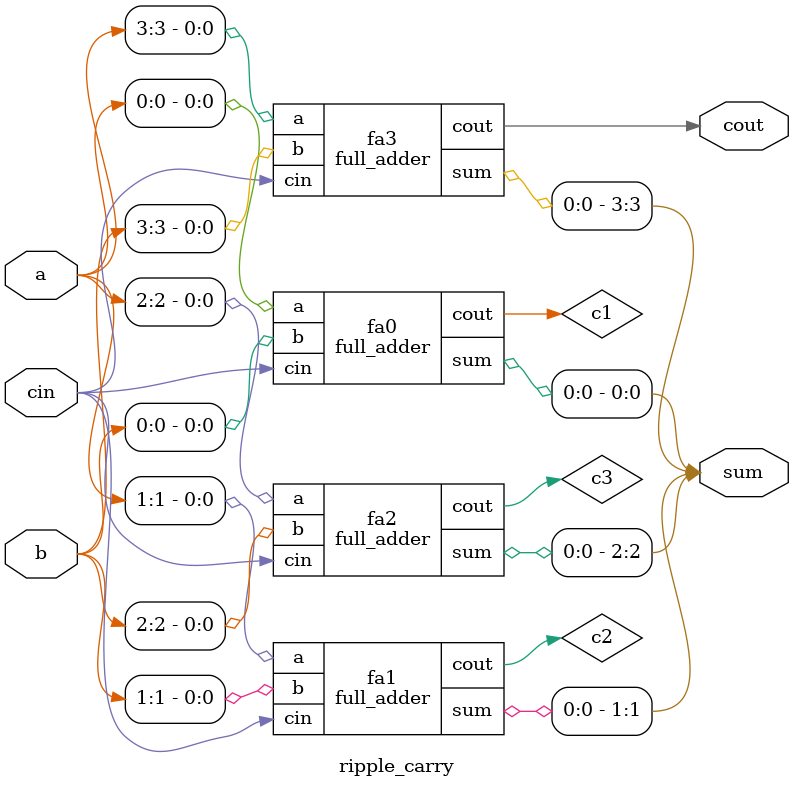
<source format=v>
`timescale 1ns / 1ps

module full_adder (
    input  a,
    input  b,
    input  cin,
    output sum,
    output cout
);
    assign sum  = a ^ b ^ cin;
    assign cout = (a & b) | (b & cin) | (a & cin);
endmodule

module ripple_carry (
    input  [3:0] a,
    input  [3:0] b,
    input        cin,
    output [3:0] sum,
    output       cout
);
    wire c1, c2, c3;

    full_adder fa0 (a[0], b[0], cin, sum[0], c1);
    full_adder fa1 (a[1], b[1], cin,  sum[1], c2);
    full_adder fa2 (a[2], b[2], cin,  sum[2], c3);
    full_adder fa3 (a[3], b[3], cin,  sum[3], cout);
endmodule

</source>
